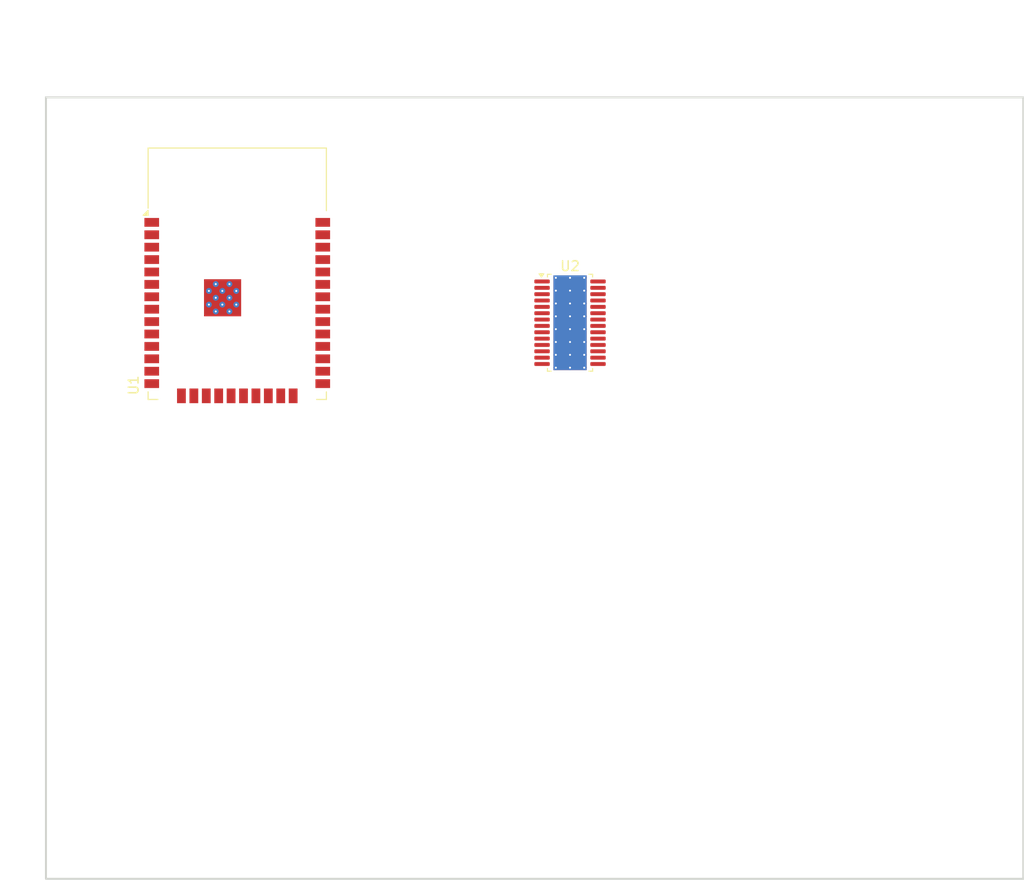
<source format=kicad_pcb>
(kicad_pcb (version 20241229) (generator "pcbnew") (generator_version "9.0")
  (layers (0 "F.Cu" signal) (2 "B.Cu" signal) (13 "F.Paste" user) (15 "B.Paste" user) (5 "F.SilkS" user "F.Silkscreen") (7 "B.SilkS" user "B.Silkscreen") (1 "F.Mask" user) (3 "B.Mask" user) (25 "Edge.Cuts" user))
  (net 0 "")
  (net 1 "Net-(U1-GND-Pad1)")
  (net 37 "/8V_PVDD")
  (net 38 "Net-(U2-AVDD)")
  (net 39 "<NO NET>")
  (net 40 "Net-(U2-OUT_B-)")
  (net 44 "Net-(U2-BST_B-)")
  (net 45 "Net-(U2-BST_A-)")
  (net 50 "Net-(U2-OUT_A+)")
  (net 52 "Net-(U2-OUT_B+)")
  (net 53 "Net-(U2-BST_B+)")
  (net 55 "Net-(U2-OUT_A-)")
  (net 56 "Net-(U2-BST_A+)")
  (footprint "Package_SO:TSSOP-28-1EP_4.4x9.7mm_P0.65mm_EP3.4x9.7mm_Mask3.1x4.05mm_ThermalVias" (layer "F.Cu") (at 112.65 58.721429)
    (property "Reference" "U2" (at 0 -5.8 0) (layer "F.SilkS"))
    (property "Value" "TAS5805MPWP")
    (fp_line (start -2.31 -4.96) (end -2.31 -4.685) (stroke (width 0.12)) (layer "F.SilkS"))
    (fp_line (start -2.31 4.96) (end -2.31 4.685) (stroke (width 0.12)) (layer "F.SilkS"))
    (fp_line (start -1.935584 -4.96) (end -2.31 -4.96) (stroke (width 0.12)) (layer "F.SilkS"))
    (fp_line (start -1.935584 4.96) (end -2.31 4.96) (stroke (width 0.12)) (layer "F.SilkS"))
    (fp_line (start 1.935584 -4.96) (end 2.31 -4.96) (stroke (width 0.12)) (layer "F.SilkS"))
    (fp_line (start 1.935584 4.96) (end 2.31 4.96) (stroke (width 0.12)) (layer "F.SilkS"))
    (fp_line (start 2.31 -4.96) (end 2.31 -4.685) (stroke (width 0.12)) (layer "F.SilkS"))
    (fp_line (start 2.31 4.96) (end 2.31 4.685) (stroke (width 0.12)) (layer "F.SilkS"))
    (fp_poly (pts (xy -2.925 -4.685) (xy -3.165 -5.015) (xy -2.685 -5.015)) (stroke (width 0.12)) (fill yes) (layer "F.SilkS"))
    (pad "1" smd roundrect (at -2.8625 -4.225) (size 1.575 0.4) (layers "F.Cu" "F.Mask" "F.Paste") (net 39 "<NO NET>"))
    (pad "2" smd roundrect (at -2.8625 -3.575) (size 1.575 0.4) (layers "F.Cu" "F.Mask" "F.Paste"))
    (pad "3" smd roundrect (at -2.8625 -2.925) (size 1.575 0.4) (layers "F.Cu" "F.Mask" "F.Paste"))
    (pad "4" smd roundrect (at -2.8625 -2.275) (size 1.575 0.4) (layers "F.Cu" "F.Mask" "F.Paste"))
    (pad "5" smd roundrect (at -2.8625 -1.625) (size 1.575 0.4) (layers "F.Cu" "F.Mask" "F.Paste") (net 39 "<NO NET>"))
    (pad "6" smd roundrect (at -2.8625 -0.975) (size 1.575 0.4) (layers "F.Cu" "F.Mask" "F.Paste"))
    (pad "7" smd roundrect (at -2.8625 -0.325) (size 1.575 0.4) (layers "F.Cu" "F.Mask" "F.Paste"))
    (pad "8" smd roundrect (at -2.8625 0.325) (size 1.575 0.4) (layers "F.Cu" "F.Mask" "F.Paste"))
    (pad "9" smd roundrect (at -2.8625 0.975) (size 1.575 0.4) (layers "F.Cu" "F.Mask" "F.Paste"))
    (pad "10" smd roundrect (at -2.8625 1.625) (size 1.575 0.4) (layers "F.Cu" "F.Mask" "F.Paste"))
    (pad "11" smd roundrect (at -2.8625 2.275) (size 1.575 0.4) (layers "F.Cu" "F.Mask" "F.Paste"))
    (pad "12" smd roundrect (at -2.8625 2.925) (size 1.575 0.4) (layers "F.Cu" "F.Mask" "F.Paste"))
    (pad "13" smd roundrect (at -2.8625 3.575) (size 1.575 0.4) (layers "F.Cu" "F.Mask" "F.Paste") (net 38 "Net-(U2-AVDD)"))
    (pad "14" smd roundrect (at -2.8625 4.225) (size 1.575 0.4) (layers "F.Cu" "F.Mask" "F.Paste") (net 39 "<NO NET>"))
    (pad "15" smd roundrect (at 2.8625 4.225) (size 1.575 0.4) (layers "F.Cu" "F.Mask" "F.Paste") (net 37 "/8V_PVDD"))
    (pad "16" smd roundrect (at 2.8625 3.575) (size 1.575 0.4) (layers "F.Cu" "F.Mask" "F.Paste") (net 37 "/8V_PVDD"))
    (pad "17" smd roundrect (at 2.8625 2.925) (size 1.575 0.4) (layers "F.Cu" "F.Mask" "F.Paste") (net 52 "Net-(U2-OUT_B+)"))
    (pad "18" smd roundrect (at 2.8625 2.275) (size 1.575 0.4) (layers "F.Cu" "F.Mask" "F.Paste") (net 53 "Net-(U2-BST_B+)"))
    (pad "19" smd roundrect (at 2.8625 1.625) (size 1.575 0.4) (layers "F.Cu" "F.Mask" "F.Paste") (net 39 "<NO NET>"))
    (pad "20" smd roundrect (at 2.8625 0.975) (size 1.575 0.4) (layers "F.Cu" "F.Mask" "F.Paste") (net 40 "Net-(U2-OUT_B-)"))
    (pad "21" smd roundrect (at 2.8625 0.325) (size 1.575 0.4) (layers "F.Cu" "F.Mask" "F.Paste") (net 44 "Net-(U2-BST_B-)"))
    (pad "22" smd roundrect (at 2.8625 -0.325) (size 1.575 0.4) (layers "F.Cu" "F.Mask" "F.Paste") (net 45 "Net-(U2-BST_A-)"))
    (pad "23" smd roundrect (at 2.8625 -0.975) (size 1.575 0.4) (layers "F.Cu" "F.Mask" "F.Paste") (net 55 "Net-(U2-OUT_A-)"))
    (pad "24" smd roundrect (at 2.8625 -1.625) (size 1.575 0.4) (layers "F.Cu" "F.Mask" "F.Paste") (net 39 "<NO NET>"))
    (pad "25" smd roundrect (at 2.8625 -2.275) (size 1.575 0.4) (layers "F.Cu" "F.Mask" "F.Paste") (net 56 "Net-(U2-BST_A+)"))
    (pad "26" smd roundrect (at 2.8625 -2.925) (size 1.575 0.4) (layers "F.Cu" "F.Mask" "F.Paste") (net 50 "Net-(U2-OUT_A+)"))
    (pad "27" smd roundrect (at 2.8625 -3.575) (size 1.575 0.4) (layers "F.Cu" "F.Mask" "F.Paste") (net 37 "/8V_PVDD"))
    (pad "28" smd roundrect (at 2.8625 -4.225) (size 1.575 0.4) (layers "F.Cu" "F.Mask" "F.Paste") (net 37 "/8V_PVDD"))
    (pad "29" thru_hole circle (at -1.45 -4.6) (size 0.5 0.5) (drill 0.2) (property pad_prop_heatsink) (layers "*.Cu") (net 39 "<NO NET>"))
    (pad "29" thru_hole circle (at -1.45 -3.285714) (size 0.5 0.5) (drill 0.2) (property pad_prop_heatsink) (layers "*.Cu") (net 39 "<NO NET>"))
    (pad "29" thru_hole circle (at -1.45 -1.971429) (size 0.5 0.5) (drill 0.2) (property pad_prop_heatsink) (layers "*.Cu") (net 39 "<NO NET>"))
    (pad "29" thru_hole circle (at -1.45 -0.657143) (size 0.5 0.5) (drill 0.2) (property pad_prop_heatsink) (layers "*.Cu") (net 39 "<NO NET>"))
    (pad "29" thru_hole circle (at -1.45 0.657143) (size 0.5 0.5) (drill 0.2) (property pad_prop_heatsink) (layers "*.Cu") (net 39 "<NO NET>"))
    (pad "29" thru_hole circle (at -1.45 1.971429) (size 0.5 0.5) (drill 0.2) (property pad_prop_heatsink) (layers "*.Cu") (net 39 "<NO NET>"))
    (pad "29" thru_hole circle (at -1.45 3.285714) (size 0.5 0.5) (drill 0.2) (property pad_prop_heatsink) (layers "*.Cu") (net 39 "<NO NET>"))
    (pad "29" thru_hole circle (at -1.45 4.6) (size 0.5 0.5) (drill 0.2) (property pad_prop_heatsink) (layers "*.Cu") (net 39 "<NO NET>"))
    (pad "29" thru_hole circle (at 0 -4.6) (size 0.5 0.5) (drill 0.2) (property pad_prop_heatsink) (layers "*.Cu") (net 39 "<NO NET>"))
    (pad "29" thru_hole circle (at 0 -3.285714) (size 0.5 0.5) (drill 0.2) (property pad_prop_heatsink) (layers "*.Cu") (net 39 "<NO NET>"))
    (pad "29" thru_hole circle (at 0 -1.971429) (size 0.5 0.5) (drill 0.2) (property pad_prop_heatsink) (layers "*.Cu") (net 39 "<NO NET>"))
    (pad "29" thru_hole circle (at 0 -0.657143) (size 0.5 0.5) (drill 0.2) (property pad_prop_heatsink) (layers "*.Cu") (net 39 "<NO NET>"))
    (pad "29" smd rect (at 0 0) (size 3.4 9.7) (property pad_prop_heatsink) (layers "F.Cu") (net 39 "<NO NET>"))
    (pad "29" smd rect (at 0 0) (size 3.4 9.7) (property pad_prop_heatsink) (layers "B.Cu") (net 39 "<NO NET>"))
    (pad "29" thru_hole circle (at 0 0.657143) (size 0.5 0.5) (drill 0.2) (property pad_prop_heatsink) (layers "*.Cu") (net 39 "<NO NET>"))
    (pad "29" thru_hole circle (at 0 1.971429) (size 0.5 0.5) (drill 0.2) (property pad_prop_heatsink) (layers "*.Cu") (net 39 "<NO NET>"))
    (pad "29" thru_hole circle (at 0 3.285714) (size 0.5 0.5) (drill 0.2) (property pad_prop_heatsink) (layers "*.Cu") (net 39 "<NO NET>"))
    (pad "29" thru_hole circle (at 0 4.6) (size 0.5 0.5) (drill 0.2) (property pad_prop_heatsink) (layers "*.Cu") (net 39 "<NO NET>"))
    (pad "29" thru_hole circle (at 1.45 -4.6) (size 0.5 0.5) (drill 0.2) (property pad_prop_heatsink) (layers "*.Cu") (net 39 "<NO NET>"))
    (pad "29" thru_hole circle (at 1.45 -3.285714) (size 0.5 0.5) (drill 0.2) (property pad_prop_heatsink) (layers "*.Cu") (net 39 "<NO NET>"))
    (pad "29" thru_hole circle (at 1.45 -1.971429) (size 0.5 0.5) (drill 0.2) (property pad_prop_heatsink) (layers "*.Cu") (net 39 "<NO NET>"))
    (pad "29" thru_hole circle (at 1.45 -0.657143) (size 0.5 0.5) (drill 0.2) (property pad_prop_heatsink) (layers "*.Cu") (net 39 "<NO NET>"))
    (pad "29" thru_hole circle (at 1.45 0.657143) (size 0.5 0.5) (drill 0.2) (property pad_prop_heatsink) (layers "*.Cu") (net 39 "<NO NET>"))
    (pad "29" thru_hole circle (at 1.45 1.971429) (size 0.5 0.5) (drill 0.2) (property pad_prop_heatsink) (layers "*.Cu") (net 39 "<NO NET>"))
    (pad "29" thru_hole circle (at 1.45 3.285714) (size 0.5 0.5) (drill 0.2) (property pad_prop_heatsink) (layers "*.Cu") (net 39 "<NO NET>"))
    (pad "29" thru_hole circle (at 1.45 4.6) (size 0.5 0.5) (drill 0.2) (property pad_prop_heatsink) (layers "*.Cu") (net 39 "<NO NET>"))
  )
  (footprint "RF_Module:ESP32-WROOM-32D" (layer "F.Cu") (at 78.6 56.695)
    (property "Reference" "U1" (at -10.61 8.43 90) (layer "F.SilkS"))
    (property "Value" "ESP32-WROOM-32E")
    (fp_line (start -9.12 -15.86) (end -9.12 -9.7) (stroke (width 0.12)) (layer "F.SilkS"))
    (fp_line (start -9.12 -15.86) (end 9.12 -15.86) (stroke (width 0.12)) (layer "F.SilkS"))
    (fp_line (start -9.12 9.1) (end -9.12 9.88) (stroke (width 0.12)) (layer "F.SilkS"))
    (fp_line (start -9.12 9.88) (end -8.12 9.88) (stroke (width 0.12)) (layer "F.SilkS"))
    (fp_line (start 9.12 -15.86) (end 9.12 -9.445) (stroke (width 0.12)) (layer "F.SilkS"))
    (fp_line (start 9.12 9.1) (end 9.12 9.88) (stroke (width 0.12)) (layer "F.SilkS"))
    (fp_line (start 9.12 9.88) (end 8.12 9.88) (stroke (width 0.12)) (layer "F.SilkS"))
    (fp_poly (pts (xy -9.125 -8.975) (xy -9.625 -8.975) (xy -9.125 -9.475) (xy -9.125 -8.975)) (stroke (width 0.12)) (fill yes) (layer "F.SilkS"))
    (pad "1" smd rect (at -8.75 -8.25) (size 1.5 0.9) (layers "F.Cu" "F.Mask" "F.Paste") (net 1 "Net-(U1-GND-Pad1)"))
    (pad "2" smd rect (at -8.75 -6.98) (size 1.5 0.9) (layers "F.Cu" "F.Mask" "F.Paste"))
    (pad "3" smd rect (at -8.75 -5.71) (size 1.5 0.9) (layers "F.Cu" "F.Mask" "F.Paste"))
    (pad "4" smd rect (at -8.75 -4.44) (size 1.5 0.9) (layers "F.Cu" "F.Mask" "F.Paste"))
    (pad "5" smd rect (at -8.75 -3.17) (size 1.5 0.9) (layers "F.Cu" "F.Mask" "F.Paste"))
    (pad "6" smd rect (at -8.75 -1.9) (size 1.5 0.9) (layers "F.Cu" "F.Mask" "F.Paste"))
    (pad "7" smd rect (at -8.75 -0.63) (size 1.5 0.9) (layers "F.Cu" "F.Mask" "F.Paste"))
    (pad "8" smd rect (at -8.75 0.64) (size 1.5 0.9) (layers "F.Cu" "F.Mask" "F.Paste"))
    (pad "9" smd rect (at -8.75 1.91) (size 1.5 0.9) (layers "F.Cu" "F.Mask" "F.Paste"))
    (pad "10" smd rect (at -8.75 3.18) (size 1.5 0.9) (layers "F.Cu" "F.Mask" "F.Paste"))
    (pad "11" smd rect (at -8.75 4.45) (size 1.5 0.9) (layers "F.Cu" "F.Mask" "F.Paste"))
    (pad "12" smd rect (at -8.75 5.72) (size 1.5 0.9) (layers "F.Cu" "F.Mask" "F.Paste"))
    (pad "13" smd rect (at -8.75 6.99) (size 1.5 0.9) (layers "F.Cu" "F.Mask" "F.Paste"))
    (pad "14" smd rect (at -8.75 8.26) (size 1.5 0.9) (layers "F.Cu" "F.Mask" "F.Paste"))
    (pad "15" smd rect (at -5.71 9.51 90) (size 1.5 0.9) (layers "F.Cu" "F.Mask" "F.Paste") (net 1 "Net-(U1-GND-Pad1)"))
    (pad "16" smd rect (at -4.44 9.51 90) (size 1.5 0.9) (layers "F.Cu" "F.Mask" "F.Paste"))
    (pad "17" smd rect (at -3.17 9.51 90) (size 1.5 0.9) (layers "F.Cu" "F.Mask" "F.Paste"))
    (pad "18" smd rect (at -1.9 9.51 90) (size 1.5 0.9) (layers "F.Cu" "F.Mask" "F.Paste"))
    (pad "19" smd rect (at -0.63 9.51 90) (size 1.5 0.9) (layers "F.Cu" "F.Mask" "F.Paste"))
    (pad "20" smd rect (at 0.64 9.51 90) (size 1.5 0.9) (layers "F.Cu" "F.Mask" "F.Paste"))
    (pad "21" smd rect (at 1.91 9.51 90) (size 1.5 0.9) (layers "F.Cu" "F.Mask" "F.Paste"))
    (pad "22" smd rect (at 3.18 9.51 90) (size 1.5 0.9) (layers "F.Cu" "F.Mask" "F.Paste"))
    (pad "23" smd rect (at 4.45 9.51 90) (size 1.5 0.9) (layers "F.Cu" "F.Mask" "F.Paste"))
    (pad "24" smd rect (at 5.72 9.51 90) (size 1.5 0.9) (layers "F.Cu" "F.Mask" "F.Paste"))
    (pad "25" smd rect (at 8.75 8.26) (size 1.5 0.9) (layers "F.Cu" "F.Mask" "F.Paste"))
    (pad "26" smd rect (at 8.75 6.99) (size 1.5 0.9) (layers "F.Cu" "F.Mask" "F.Paste"))
    (pad "27" smd rect (at 8.75 5.72) (size 1.5 0.9) (layers "F.Cu" "F.Mask" "F.Paste"))
    (pad "28" smd rect (at 8.75 4.45) (size 1.5 0.9) (layers "F.Cu" "F.Mask" "F.Paste"))
    (pad "29" smd rect (at 8.75 3.18) (size 1.5 0.9) (layers "F.Cu" "F.Mask" "F.Paste"))
    (pad "30" smd rect (at 8.75 1.91) (size 1.5 0.9) (layers "F.Cu" "F.Mask" "F.Paste"))
    (pad "31" smd rect (at 8.75 0.64) (size 1.5 0.9) (layers "F.Cu" "F.Mask" "F.Paste"))
    (pad "32" smd rect (at 8.75 -0.63) (size 1.5 0.9) (layers "F.Cu" "F.Mask" "F.Paste"))
    (pad "33" smd rect (at 8.75 -1.9) (size 1.5 0.9) (layers "F.Cu" "F.Mask" "F.Paste"))
    (pad "34" smd rect (at 8.75 -3.17) (size 1.5 0.9) (layers "F.Cu" "F.Mask" "F.Paste"))
    (pad "35" smd rect (at 8.75 -4.44) (size 1.5 0.9) (layers "F.Cu" "F.Mask" "F.Paste"))
    (pad "36" smd rect (at 8.75 -5.71) (size 1.5 0.9) (layers "F.Cu" "F.Mask" "F.Paste"))
    (pad "37" smd rect (at 8.75 -6.98) (size 1.5 0.9) (layers "F.Cu" "F.Mask" "F.Paste"))
    (pad "38" smd rect (at 8.75 -8.25) (size 1.5 0.9) (layers "F.Cu" "F.Mask" "F.Paste") (net 1 "Net-(U1-GND-Pad1)"))
    (pad "39" smd rect (at -2.9 -1.93) (size 0.9 0.9) (layers "F.Cu" "F.Paste") (net 1 "Net-(U1-GND-Pad1)"))
    (pad "39" thru_hole circle (at -2.9 -1.23) (size 0.6 0.6) (drill 0.2) (property pad_prop_heatsink) (layers "*.Cu" "F.Mask") (net 1 "Net-(U1-GND-Pad1)"))
    (pad "39" smd rect (at -2.9 -0.53) (size 0.9 0.9) (layers "F.Cu" "F.Paste") (net 1 "Net-(U1-GND-Pad1)"))
    (pad "39" thru_hole circle (at -2.9 0.17) (size 0.6 0.6) (drill 0.2) (property pad_prop_heatsink) (layers "*.Cu" "F.Mask") (net 1 "Net-(U1-GND-Pad1)"))
    (pad "39" smd rect (at -2.9 0.87) (size 0.9 0.9) (layers "F.Cu" "F.Paste") (net 1 "Net-(U1-GND-Pad1)"))
    (pad "39" thru_hole circle (at -2.2 -1.93) (size 0.6 0.6) (drill 0.2) (property pad_prop_heatsink) (layers "*.Cu" "F.Mask") (net 1 "Net-(U1-GND-Pad1)"))
    (pad "39" thru_hole circle (at -2.2 -0.53) (size 0.6 0.6) (drill 0.2) (property pad_prop_heatsink) (layers "*.Cu" "F.Mask") (net 1 "Net-(U1-GND-Pad1)"))
    (pad "39" thru_hole circle (at -2.2 0.87) (size 0.6 0.6) (drill 0.2) (property pad_prop_heatsink) (layers "*.Cu" "F.Mask") (net 1 "Net-(U1-GND-Pad1)"))
    (pad "39" thru_hole circle (at -1.525 -1.23) (size 0.6 0.6) (drill 0.2) (property pad_prop_heatsink) (layers "*.Cu" "F.Mask") (net 1 "Net-(U1-GND-Pad1)"))
    (pad "39" thru_hole circle (at -1.525 0.17) (size 0.6 0.6) (drill 0.2) (property pad_prop_heatsink) (layers "*.Cu" "F.Mask") (net 1 "Net-(U1-GND-Pad1)"))
    (pad "39" smd rect (at -1.5 -1.93) (size 0.9 0.9) (layers "F.Cu" "F.Paste") (net 1 "Net-(U1-GND-Pad1)"))
    (pad "39" smd rect (at -1.5 -0.53) (size 0.9 0.9) (layers "F.Cu" "F.Paste") (net 1 "Net-(U1-GND-Pad1)"))
    (pad "39" smd rect (at -1.5 -0.53) (size 3.8 3.8) (property pad_prop_heatsink) (layers "F.Cu" "F.Mask") (net 1 "Net-(U1-GND-Pad1)"))
    (pad "39" smd rect (at -1.5 0.87) (size 0.9 0.9) (layers "F.Cu" "F.Paste") (net 1 "Net-(U1-GND-Pad1)"))
    (pad "39" thru_hole circle (at -0.8 -1.93) (size 0.6 0.6) (drill 0.2) (property pad_prop_heatsink) (layers "*.Cu" "F.Mask") (net 1 "Net-(U1-GND-Pad1)"))
    (pad "39" thru_hole circle (at -0.8 -0.53) (size 0.6 0.6) (drill 0.2) (property pad_prop_heatsink) (layers "*.Cu" "F.Mask") (net 1 "Net-(U1-GND-Pad1)"))
    (pad "39" thru_hole circle (at -0.8 0.87) (size 0.6 0.6) (drill 0.2) (property pad_prop_heatsink) (layers "*.Cu" "F.Mask") (net 1 "Net-(U1-GND-Pad1)"))
    (pad "39" smd rect (at -0.1 -1.93) (size 0.9 0.9) (layers "F.Cu" "F.Paste") (net 1 "Net-(U1-GND-Pad1)"))
    (pad "39" thru_hole circle (at -0.1 -1.23) (size 0.6 0.6) (drill 0.2) (property pad_prop_heatsink) (layers "*.Cu" "F.Mask") (net 1 "Net-(U1-GND-Pad1)"))
    (pad "39" smd rect (at -0.1 -0.53) (size 0.9 0.9) (layers "F.Cu" "F.Paste") (net 1 "Net-(U1-GND-Pad1)"))
    (pad "39" thru_hole circle (at -0.1 0.17) (size 0.6 0.6) (drill 0.2) (property pad_prop_heatsink) (layers "*.Cu" "F.Mask") (net 1 "Net-(U1-GND-Pad1)"))
    (pad "39" smd rect (at -0.1 0.87) (size 0.9 0.9) (layers "F.Cu" "F.Paste") (net 1 "Net-(U1-GND-Pad1)"))
  )
  (gr_rect (start 59.025 35.65) (end 159.025 115.65) (stroke (width 0.2)) (fill no) (layer "Edge.Cuts"))
)
</source>
